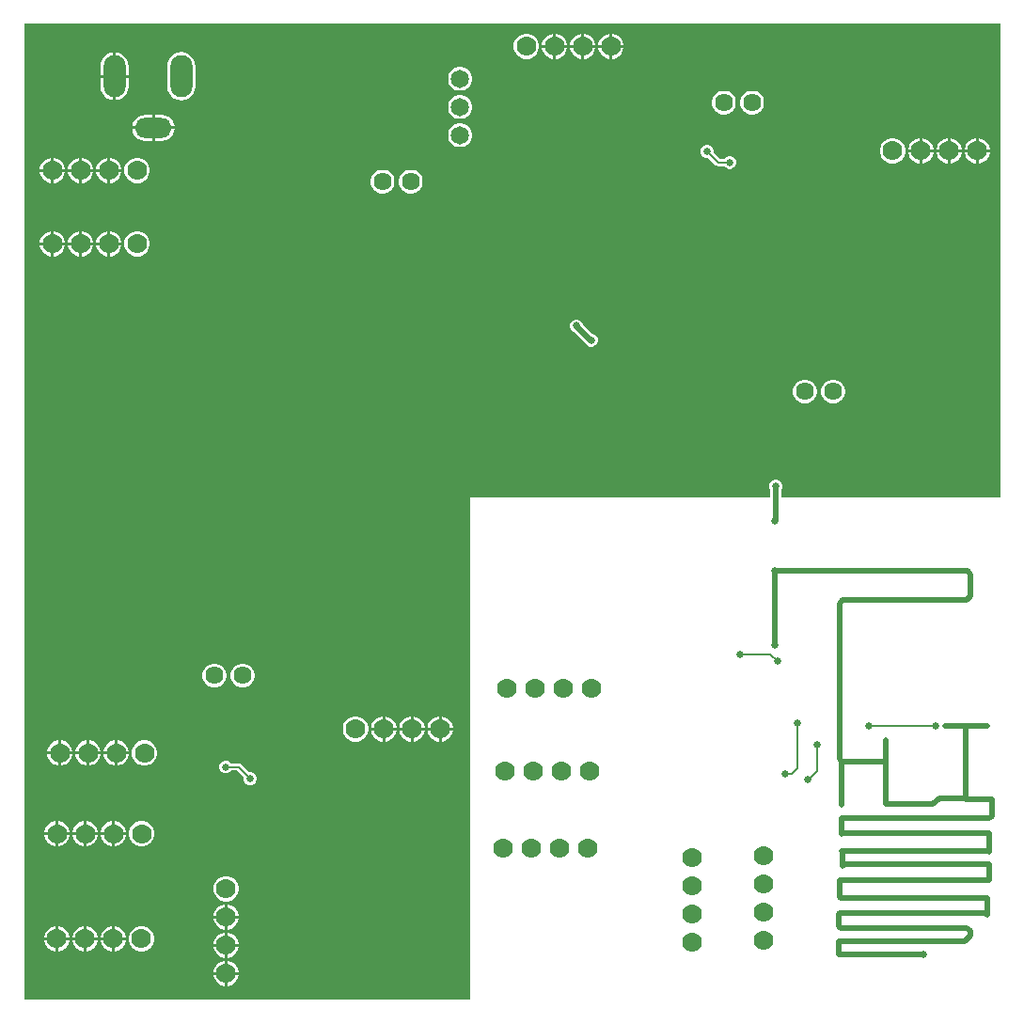
<source format=gbl>
G04*
G04 #@! TF.GenerationSoftware,Altium Limited,Altium Designer,21.1.1 (26)*
G04*
G04 Layer_Physical_Order=2*
G04 Layer_Color=16711680*
%FSLAX25Y25*%
%MOIN*%
G70*
G04*
G04 #@! TF.SameCoordinates,FBF54A61-61D9-4F17-B791-177234694A3B*
G04*
G04*
G04 #@! TF.FilePolarity,Positive*
G04*
G01*
G75*
%ADD11C,0.02000*%
%ADD15C,0.00600*%
%ADD42O,0.12992X0.07087*%
%ADD43O,0.07874X0.14961*%
%ADD44C,0.07000*%
%ADD45C,0.06378*%
%ADD46C,0.06496*%
%ADD47C,0.02500*%
G36*
X347961Y180000D02*
X270439D01*
Y183044D01*
X270650Y183552D01*
Y184448D01*
X270307Y185275D01*
X269674Y185907D01*
X268848Y186250D01*
X267952D01*
X267126Y185907D01*
X266493Y185275D01*
X266150Y184448D01*
Y183552D01*
X266361Y183044D01*
Y180000D01*
X160000D01*
Y2039D01*
X2039D01*
X2039Y233333D01*
Y347961D01*
X347961D01*
Y180000D01*
D02*
G37*
%LPC*%
G36*
X210592Y344500D02*
X210500D01*
Y340500D01*
X214500D01*
Y340592D01*
X214193Y341737D01*
X213601Y342763D01*
X212763Y343601D01*
X211737Y344193D01*
X210592Y344500D01*
D02*
G37*
G36*
X209500D02*
X209408D01*
X208263Y344193D01*
X207237Y343601D01*
X206399Y342763D01*
X205807Y341737D01*
X205500Y340592D01*
Y340500D01*
X209500D01*
Y344500D01*
D02*
G37*
G36*
X200592D02*
X200500D01*
Y340500D01*
X204500D01*
Y340592D01*
X204193Y341737D01*
X203601Y342763D01*
X202763Y343601D01*
X201737Y344193D01*
X200592Y344500D01*
D02*
G37*
G36*
X199500D02*
X199408D01*
X198263Y344193D01*
X197237Y343601D01*
X196399Y342763D01*
X195807Y341737D01*
X195500Y340592D01*
Y340500D01*
X199500D01*
Y344500D01*
D02*
G37*
G36*
X190592D02*
X190500D01*
Y340500D01*
X194500D01*
Y340592D01*
X194193Y341737D01*
X193601Y342763D01*
X192763Y343601D01*
X191737Y344193D01*
X190592Y344500D01*
D02*
G37*
G36*
X189500D02*
X189408D01*
X188263Y344193D01*
X187237Y343601D01*
X186399Y342763D01*
X185807Y341737D01*
X185500Y340592D01*
Y340500D01*
X189500D01*
Y344500D01*
D02*
G37*
G36*
X214500Y339500D02*
X210500D01*
Y335500D01*
X210592D01*
X211737Y335807D01*
X212763Y336399D01*
X213601Y337237D01*
X214193Y338263D01*
X214500Y339408D01*
Y339500D01*
D02*
G37*
G36*
X209500D02*
X205500D01*
Y339408D01*
X205807Y338263D01*
X206399Y337237D01*
X207237Y336399D01*
X208263Y335807D01*
X209408Y335500D01*
X209500D01*
Y339500D01*
D02*
G37*
G36*
X204500D02*
X200500D01*
Y335500D01*
X200592D01*
X201737Y335807D01*
X202763Y336399D01*
X203601Y337237D01*
X204193Y338263D01*
X204500Y339408D01*
Y339500D01*
D02*
G37*
G36*
X199500D02*
X195500D01*
Y339408D01*
X195807Y338263D01*
X196399Y337237D01*
X197237Y336399D01*
X198263Y335807D01*
X199408Y335500D01*
X199500D01*
Y339500D01*
D02*
G37*
G36*
X194500D02*
X190500D01*
Y335500D01*
X190592D01*
X191737Y335807D01*
X192763Y336399D01*
X193601Y337237D01*
X194193Y338263D01*
X194500Y339408D01*
Y339500D01*
D02*
G37*
G36*
X189500D02*
X185500D01*
Y339408D01*
X185807Y338263D01*
X186399Y337237D01*
X187237Y336399D01*
X188263Y335807D01*
X189408Y335500D01*
X189500D01*
Y339500D01*
D02*
G37*
G36*
X180592Y344500D02*
X179408D01*
X178263Y344193D01*
X177237Y343601D01*
X176399Y342763D01*
X175807Y341737D01*
X175500Y340592D01*
Y339408D01*
X175807Y338263D01*
X176399Y337237D01*
X177237Y336399D01*
X178263Y335807D01*
X179408Y335500D01*
X180592D01*
X181737Y335807D01*
X182763Y336399D01*
X183601Y337237D01*
X184193Y338263D01*
X184500Y339408D01*
Y340592D01*
X184193Y341737D01*
X183601Y342763D01*
X182763Y343601D01*
X181737Y344193D01*
X180592Y344500D01*
D02*
G37*
G36*
X34500Y337827D02*
Y329870D01*
X38980D01*
Y332913D01*
X38810Y334202D01*
X38313Y335403D01*
X37521Y336435D01*
X36490Y337226D01*
X35289Y337723D01*
X34500Y337827D01*
D02*
G37*
G36*
X33500D02*
X32711Y337723D01*
X31510Y337226D01*
X30479Y336435D01*
X29688Y335403D01*
X29190Y334202D01*
X29020Y332913D01*
Y329870D01*
X33500D01*
Y337827D01*
D02*
G37*
G36*
X157059Y332748D02*
X155941D01*
X154860Y332458D01*
X153892Y331899D01*
X153101Y331108D01*
X152541Y330140D01*
X152252Y329059D01*
Y327941D01*
X152541Y326860D01*
X153101Y325892D01*
X153892Y325101D01*
X154860Y324541D01*
X155941Y324252D01*
X157059D01*
X158140Y324541D01*
X159108Y325101D01*
X159899Y325892D01*
X160459Y326860D01*
X160748Y327941D01*
Y329059D01*
X160459Y330140D01*
X159899Y331108D01*
X159108Y331899D01*
X158140Y332458D01*
X157059Y332748D01*
D02*
G37*
G36*
X38980Y328870D02*
X34500D01*
Y320913D01*
X35289Y321017D01*
X36490Y321514D01*
X37521Y322306D01*
X38313Y323337D01*
X38810Y324538D01*
X38980Y325827D01*
Y328870D01*
D02*
G37*
G36*
X33500D02*
X29020D01*
Y325827D01*
X29190Y324538D01*
X29688Y323337D01*
X30479Y322306D01*
X31510Y321514D01*
X32711Y321017D01*
X33500Y320913D01*
Y328870D01*
D02*
G37*
G36*
X57622Y337893D02*
X56333Y337723D01*
X55132Y337226D01*
X54101Y336435D01*
X53310Y335403D01*
X52812Y334202D01*
X52642Y332913D01*
Y325827D01*
X52812Y324538D01*
X53310Y323337D01*
X54101Y322306D01*
X55132Y321514D01*
X56333Y321017D01*
X57622Y320847D01*
X58911Y321017D01*
X60112Y321514D01*
X61143Y322306D01*
X61935Y323337D01*
X62432Y324538D01*
X62602Y325827D01*
Y332913D01*
X62432Y334202D01*
X61935Y335403D01*
X61143Y336435D01*
X60112Y337226D01*
X58911Y337723D01*
X57622Y337893D01*
D02*
G37*
G36*
X260552Y324189D02*
X259449D01*
X258383Y323903D01*
X257428Y323352D01*
X256648Y322572D01*
X256097Y321617D01*
X255811Y320551D01*
Y319448D01*
X256097Y318383D01*
X256648Y317428D01*
X257428Y316648D01*
X258383Y316096D01*
X259449Y315811D01*
X260552D01*
X261617Y316096D01*
X262572Y316648D01*
X263352Y317428D01*
X263903Y318383D01*
X264189Y319448D01*
Y320551D01*
X263903Y321617D01*
X263352Y322572D01*
X262572Y323352D01*
X261617Y323903D01*
X260552Y324189D01*
D02*
G37*
G36*
X250552D02*
X249448D01*
X248383Y323903D01*
X247428Y323352D01*
X246648Y322572D01*
X246096Y321617D01*
X245811Y320551D01*
Y319448D01*
X246096Y318383D01*
X246648Y317428D01*
X247428Y316648D01*
X248383Y316096D01*
X249448Y315811D01*
X250552D01*
X251617Y316096D01*
X252572Y316648D01*
X253352Y317428D01*
X253904Y318383D01*
X254189Y319448D01*
Y320551D01*
X253904Y321617D01*
X253352Y322572D01*
X252572Y323352D01*
X251617Y323903D01*
X250552Y324189D01*
D02*
G37*
G36*
X157059Y322748D02*
X155941D01*
X154860Y322459D01*
X153892Y321899D01*
X153101Y321108D01*
X152541Y320140D01*
X152252Y319059D01*
Y317941D01*
X152541Y316860D01*
X153101Y315892D01*
X153892Y315101D01*
X154860Y314542D01*
X155941Y314252D01*
X157059D01*
X158140Y314542D01*
X159108Y315101D01*
X159899Y315892D01*
X160459Y316860D01*
X160748Y317941D01*
Y319059D01*
X160459Y320140D01*
X159899Y321108D01*
X159108Y321899D01*
X158140Y322459D01*
X157059Y322748D01*
D02*
G37*
G36*
X50732Y315646D02*
X48280D01*
Y311563D01*
X55249D01*
X55159Y312249D01*
X54701Y313354D01*
X53973Y314303D01*
X53023Y315032D01*
X51918Y315489D01*
X50732Y315646D01*
D02*
G37*
G36*
X47280D02*
X44827D01*
X43641Y315489D01*
X42535Y315032D01*
X41587Y314303D01*
X40858Y313354D01*
X40400Y312249D01*
X40310Y311563D01*
X47280D01*
Y315646D01*
D02*
G37*
G36*
X55249Y310563D02*
X48280D01*
Y306481D01*
X50732D01*
X51918Y306637D01*
X53023Y307094D01*
X53973Y307823D01*
X54701Y308772D01*
X55159Y309877D01*
X55249Y310563D01*
D02*
G37*
G36*
X47280D02*
X40310D01*
X40400Y309877D01*
X40858Y308772D01*
X41587Y307823D01*
X42535Y307094D01*
X43641Y306637D01*
X44827Y306481D01*
X47280D01*
Y310563D01*
D02*
G37*
G36*
X157059Y312748D02*
X155941D01*
X154860Y312458D01*
X153892Y311899D01*
X153101Y311108D01*
X152541Y310140D01*
X152252Y309059D01*
Y307941D01*
X152541Y306860D01*
X153101Y305892D01*
X153892Y305101D01*
X154860Y304541D01*
X155941Y304252D01*
X157059D01*
X158140Y304541D01*
X159108Y305101D01*
X159899Y305892D01*
X160459Y306860D01*
X160748Y307941D01*
Y309059D01*
X160459Y310140D01*
X159899Y311108D01*
X159108Y311899D01*
X158140Y312458D01*
X157059Y312748D01*
D02*
G37*
G36*
X340392Y307400D02*
X340300D01*
Y303400D01*
X344300D01*
Y303492D01*
X343993Y304637D01*
X343401Y305663D01*
X342563Y306501D01*
X341537Y307093D01*
X340392Y307400D01*
D02*
G37*
G36*
X339300D02*
X339208D01*
X338063Y307093D01*
X337037Y306501D01*
X336199Y305663D01*
X335607Y304637D01*
X335300Y303492D01*
Y303400D01*
X339300D01*
Y307400D01*
D02*
G37*
G36*
X330392D02*
X330300D01*
Y303400D01*
X334300D01*
Y303492D01*
X333993Y304637D01*
X333401Y305663D01*
X332563Y306501D01*
X331537Y307093D01*
X330392Y307400D01*
D02*
G37*
G36*
X329300D02*
X329208D01*
X328063Y307093D01*
X327037Y306501D01*
X326199Y305663D01*
X325607Y304637D01*
X325300Y303492D01*
Y303400D01*
X329300D01*
Y307400D01*
D02*
G37*
G36*
X320392D02*
X320300D01*
Y303400D01*
X324300D01*
Y303492D01*
X323993Y304637D01*
X323401Y305663D01*
X322563Y306501D01*
X321537Y307093D01*
X320392Y307400D01*
D02*
G37*
G36*
X319300D02*
X319208D01*
X318063Y307093D01*
X317037Y306501D01*
X316199Y305663D01*
X315607Y304637D01*
X315300Y303492D01*
Y303400D01*
X319300D01*
Y307400D01*
D02*
G37*
G36*
X344300Y302400D02*
X340300D01*
Y298400D01*
X340392D01*
X341537Y298707D01*
X342563Y299299D01*
X343401Y300137D01*
X343993Y301163D01*
X344300Y302308D01*
Y302400D01*
D02*
G37*
G36*
X339300D02*
X335300D01*
Y302308D01*
X335607Y301163D01*
X336199Y300137D01*
X337037Y299299D01*
X338063Y298707D01*
X339208Y298400D01*
X339300D01*
Y302400D01*
D02*
G37*
G36*
X334300D02*
X330300D01*
Y298400D01*
X330392D01*
X331537Y298707D01*
X332563Y299299D01*
X333401Y300137D01*
X333993Y301163D01*
X334300Y302308D01*
Y302400D01*
D02*
G37*
G36*
X329300D02*
X325300D01*
Y302308D01*
X325607Y301163D01*
X326199Y300137D01*
X327037Y299299D01*
X328063Y298707D01*
X329208Y298400D01*
X329300D01*
Y302400D01*
D02*
G37*
G36*
X324300D02*
X320300D01*
Y298400D01*
X320392D01*
X321537Y298707D01*
X322563Y299299D01*
X323401Y300137D01*
X323993Y301163D01*
X324300Y302308D01*
Y302400D01*
D02*
G37*
G36*
X319300D02*
X315300D01*
Y302308D01*
X315607Y301163D01*
X316199Y300137D01*
X317037Y299299D01*
X318063Y298707D01*
X319208Y298400D01*
X319300D01*
Y302400D01*
D02*
G37*
G36*
X310392Y307400D02*
X309208D01*
X308063Y307093D01*
X307037Y306501D01*
X306199Y305663D01*
X305607Y304637D01*
X305300Y303492D01*
Y302308D01*
X305607Y301163D01*
X306199Y300137D01*
X307037Y299299D01*
X308063Y298707D01*
X309208Y298400D01*
X310392D01*
X311537Y298707D01*
X312563Y299299D01*
X313401Y300137D01*
X313993Y301163D01*
X314300Y302308D01*
Y303492D01*
X313993Y304637D01*
X313401Y305663D01*
X312563Y306501D01*
X311537Y307093D01*
X310392Y307400D01*
D02*
G37*
G36*
X244548Y304950D02*
X243652D01*
X242826Y304608D01*
X242193Y303975D01*
X241850Y303148D01*
Y302252D01*
X242193Y301426D01*
X242826Y300793D01*
X243652Y300450D01*
X244476D01*
X244845Y300081D01*
X244845Y300081D01*
X247063Y297863D01*
X247493Y297575D01*
X248000Y297475D01*
X250243D01*
X250826Y296892D01*
X251652Y296550D01*
X252548D01*
X253375Y296892D01*
X254008Y297526D01*
X254350Y298352D01*
Y299248D01*
X254008Y300075D01*
X253375Y300708D01*
X252548Y301050D01*
X251652D01*
X250826Y300708D01*
X250243Y300126D01*
X248549D01*
X246719Y301956D01*
X246719Y301956D01*
X246350Y302325D01*
Y303148D01*
X246007Y303975D01*
X245374Y304608D01*
X244548Y304950D01*
D02*
G37*
G36*
X22592Y300500D02*
X22500D01*
Y296500D01*
X26500D01*
Y296592D01*
X26193Y297737D01*
X25601Y298763D01*
X24763Y299601D01*
X23737Y300193D01*
X22592Y300500D01*
D02*
G37*
G36*
X12592D02*
X12500D01*
Y296500D01*
X16500D01*
Y296592D01*
X16193Y297737D01*
X15601Y298763D01*
X14763Y299601D01*
X13737Y300193D01*
X12592Y300500D01*
D02*
G37*
G36*
X32592D02*
X32500D01*
Y296500D01*
X36500D01*
Y296592D01*
X36193Y297737D01*
X35601Y298763D01*
X34763Y299601D01*
X33737Y300193D01*
X32592Y300500D01*
D02*
G37*
G36*
X21500D02*
X21408D01*
X20263Y300193D01*
X19237Y299601D01*
X18399Y298763D01*
X17807Y297737D01*
X17500Y296592D01*
Y296500D01*
X21500D01*
Y300500D01*
D02*
G37*
G36*
X11500D02*
X11408D01*
X10263Y300193D01*
X9237Y299601D01*
X8399Y298763D01*
X7807Y297737D01*
X7500Y296592D01*
Y296500D01*
X11500D01*
Y300500D01*
D02*
G37*
G36*
X31500D02*
X31408D01*
X30263Y300193D01*
X29237Y299601D01*
X28399Y298763D01*
X27807Y297737D01*
X27500Y296592D01*
Y296500D01*
X31500D01*
Y300500D01*
D02*
G37*
G36*
X42592D02*
X41408D01*
X40263Y300193D01*
X39237Y299601D01*
X38399Y298763D01*
X37807Y297737D01*
X37500Y296592D01*
Y295408D01*
X37807Y294263D01*
X38399Y293237D01*
X39237Y292399D01*
X40263Y291807D01*
X41408Y291500D01*
X42592D01*
X43737Y291807D01*
X44763Y292399D01*
X45601Y293237D01*
X46193Y294263D01*
X46500Y295408D01*
Y296592D01*
X46193Y297737D01*
X45601Y298763D01*
X44763Y299601D01*
X43737Y300193D01*
X42592Y300500D01*
D02*
G37*
G36*
X36500Y295500D02*
X32500D01*
Y291500D01*
X32592D01*
X33737Y291807D01*
X34763Y292399D01*
X35601Y293237D01*
X36193Y294263D01*
X36500Y295408D01*
Y295500D01*
D02*
G37*
G36*
X31500D02*
X27500D01*
Y295408D01*
X27807Y294263D01*
X28399Y293237D01*
X29237Y292399D01*
X30263Y291807D01*
X31408Y291500D01*
X31500D01*
Y295500D01*
D02*
G37*
G36*
X26500D02*
X22500D01*
Y291500D01*
X22592D01*
X23737Y291807D01*
X24763Y292399D01*
X25601Y293237D01*
X26193Y294263D01*
X26500Y295408D01*
Y295500D01*
D02*
G37*
G36*
X21500D02*
X17500D01*
Y295408D01*
X17807Y294263D01*
X18399Y293237D01*
X19237Y292399D01*
X20263Y291807D01*
X21408Y291500D01*
X21500D01*
Y295500D01*
D02*
G37*
G36*
X16500D02*
X12500D01*
Y291500D01*
X12592D01*
X13737Y291807D01*
X14763Y292399D01*
X15601Y293237D01*
X16193Y294263D01*
X16500Y295408D01*
Y295500D01*
D02*
G37*
G36*
X11500D02*
X7500D01*
Y295408D01*
X7807Y294263D01*
X8399Y293237D01*
X9237Y292399D01*
X10263Y291807D01*
X11408Y291500D01*
X11500D01*
Y295500D01*
D02*
G37*
G36*
X139551Y296189D02*
X138449D01*
X137383Y295903D01*
X136428Y295352D01*
X135648Y294572D01*
X135097Y293617D01*
X134811Y292551D01*
Y291448D01*
X135097Y290383D01*
X135648Y289428D01*
X136428Y288648D01*
X137383Y288096D01*
X138449Y287811D01*
X139551D01*
X140617Y288096D01*
X141572Y288648D01*
X142352Y289428D01*
X142903Y290383D01*
X143189Y291448D01*
Y292551D01*
X142903Y293617D01*
X142352Y294572D01*
X141572Y295352D01*
X140617Y295903D01*
X139551Y296189D01*
D02*
G37*
G36*
X129551D02*
X128448D01*
X127383Y295903D01*
X126428Y295352D01*
X125648Y294572D01*
X125096Y293617D01*
X124811Y292551D01*
Y291448D01*
X125096Y290383D01*
X125648Y289428D01*
X126428Y288648D01*
X127383Y288096D01*
X128448Y287811D01*
X129551D01*
X130617Y288096D01*
X131572Y288648D01*
X132352Y289428D01*
X132904Y290383D01*
X133189Y291448D01*
Y292551D01*
X132904Y293617D01*
X132352Y294572D01*
X131572Y295352D01*
X130617Y295903D01*
X129551Y296189D01*
D02*
G37*
G36*
X22592Y274500D02*
X22500D01*
Y270500D01*
X26500D01*
Y270592D01*
X26193Y271737D01*
X25601Y272763D01*
X24763Y273601D01*
X23737Y274193D01*
X22592Y274500D01*
D02*
G37*
G36*
X12592D02*
X12500D01*
Y270500D01*
X16500D01*
Y270592D01*
X16193Y271737D01*
X15601Y272763D01*
X14763Y273601D01*
X13737Y274193D01*
X12592Y274500D01*
D02*
G37*
G36*
X32592D02*
X32500D01*
Y270500D01*
X36500D01*
Y270592D01*
X36193Y271737D01*
X35601Y272763D01*
X34763Y273601D01*
X33737Y274193D01*
X32592Y274500D01*
D02*
G37*
G36*
X21500D02*
X21408D01*
X20263Y274193D01*
X19237Y273601D01*
X18399Y272763D01*
X17807Y271737D01*
X17500Y270592D01*
Y270500D01*
X21500D01*
Y274500D01*
D02*
G37*
G36*
X11500D02*
X11408D01*
X10263Y274193D01*
X9237Y273601D01*
X8399Y272763D01*
X7807Y271737D01*
X7500Y270592D01*
Y270500D01*
X11500D01*
Y274500D01*
D02*
G37*
G36*
X31500D02*
X31408D01*
X30263Y274193D01*
X29237Y273601D01*
X28399Y272763D01*
X27807Y271737D01*
X27500Y270592D01*
Y270500D01*
X31500D01*
Y274500D01*
D02*
G37*
G36*
X42592D02*
X41408D01*
X40263Y274193D01*
X39237Y273601D01*
X38399Y272763D01*
X37807Y271737D01*
X37500Y270592D01*
Y269408D01*
X37807Y268263D01*
X38399Y267237D01*
X39237Y266399D01*
X40263Y265807D01*
X41408Y265500D01*
X42592D01*
X43737Y265807D01*
X44763Y266399D01*
X45601Y267237D01*
X46193Y268263D01*
X46500Y269408D01*
Y270592D01*
X46193Y271737D01*
X45601Y272763D01*
X44763Y273601D01*
X43737Y274193D01*
X42592Y274500D01*
D02*
G37*
G36*
X36500Y269500D02*
X32500D01*
Y265500D01*
X32592D01*
X33737Y265807D01*
X34763Y266399D01*
X35601Y267237D01*
X36193Y268263D01*
X36500Y269408D01*
Y269500D01*
D02*
G37*
G36*
X31500D02*
X27500D01*
Y269408D01*
X27807Y268263D01*
X28399Y267237D01*
X29237Y266399D01*
X30263Y265807D01*
X31408Y265500D01*
X31500D01*
Y269500D01*
D02*
G37*
G36*
X26500D02*
X22500D01*
Y265500D01*
X22592D01*
X23737Y265807D01*
X24763Y266399D01*
X25601Y267237D01*
X26193Y268263D01*
X26500Y269408D01*
Y269500D01*
D02*
G37*
G36*
X21500D02*
X17500D01*
Y269408D01*
X17807Y268263D01*
X18399Y267237D01*
X19237Y266399D01*
X20263Y265807D01*
X21408Y265500D01*
X21500D01*
Y269500D01*
D02*
G37*
G36*
X16500D02*
X12500D01*
Y265500D01*
X12592D01*
X13737Y265807D01*
X14763Y266399D01*
X15601Y267237D01*
X16193Y268263D01*
X16500Y269408D01*
Y269500D01*
D02*
G37*
G36*
X11500D02*
X7500D01*
Y269408D01*
X7807Y268263D01*
X8399Y267237D01*
X9237Y266399D01*
X10263Y265807D01*
X11408Y265500D01*
X11500D01*
Y269500D01*
D02*
G37*
G36*
X198148Y243150D02*
X197252D01*
X196425Y242808D01*
X195792Y242175D01*
X195450Y241348D01*
Y240452D01*
X195792Y239626D01*
X196425Y238993D01*
X196764Y238852D01*
X201258Y234358D01*
X201264Y234354D01*
X201726Y233892D01*
X202552Y233550D01*
X203448D01*
X204275Y233892D01*
X204907Y234525D01*
X205250Y235352D01*
Y236248D01*
X204907Y237074D01*
X204275Y237707D01*
X203448Y238050D01*
X203334D01*
X199889Y241495D01*
X199608Y242175D01*
X198975Y242808D01*
X198148Y243150D01*
D02*
G37*
G36*
X289251Y221789D02*
X288148D01*
X287083Y221503D01*
X286128Y220952D01*
X285348Y220172D01*
X284797Y219217D01*
X284511Y218151D01*
Y217049D01*
X284797Y215983D01*
X285348Y215028D01*
X286128Y214248D01*
X287083Y213697D01*
X288148Y213411D01*
X289251D01*
X290317Y213697D01*
X291272Y214248D01*
X292052Y215028D01*
X292603Y215983D01*
X292889Y217049D01*
Y218151D01*
X292603Y219217D01*
X292052Y220172D01*
X291272Y220952D01*
X290317Y221503D01*
X289251Y221789D01*
D02*
G37*
G36*
X279252D02*
X278149D01*
X277083Y221503D01*
X276128Y220952D01*
X275348Y220172D01*
X274797Y219217D01*
X274511Y218151D01*
Y217049D01*
X274797Y215983D01*
X275348Y215028D01*
X276128Y214248D01*
X277083Y213697D01*
X278149Y213411D01*
X279252D01*
X280317Y213697D01*
X281272Y214248D01*
X282052Y215028D01*
X282604Y215983D01*
X282889Y217049D01*
Y218151D01*
X282604Y219217D01*
X282052Y220172D01*
X281272Y220952D01*
X280317Y221503D01*
X279252Y221789D01*
D02*
G37*
G36*
X79952Y121089D02*
X78848D01*
X77783Y120803D01*
X76828Y120252D01*
X76048Y119472D01*
X75497Y118517D01*
X75211Y117452D01*
Y116349D01*
X75497Y115283D01*
X76048Y114328D01*
X76828Y113548D01*
X77783Y112996D01*
X78848Y112711D01*
X79952D01*
X81017Y112996D01*
X81972Y113548D01*
X82752Y114328D01*
X83303Y115283D01*
X83589Y116349D01*
Y117452D01*
X83303Y118517D01*
X82752Y119472D01*
X81972Y120252D01*
X81017Y120803D01*
X79952Y121089D01*
D02*
G37*
G36*
X69951D02*
X68849D01*
X67783Y120803D01*
X66828Y120252D01*
X66048Y119472D01*
X65496Y118517D01*
X65211Y117452D01*
Y116349D01*
X65496Y115283D01*
X66048Y114328D01*
X66828Y113548D01*
X67783Y112996D01*
X68849Y112711D01*
X69951D01*
X71017Y112996D01*
X71972Y113548D01*
X72752Y114328D01*
X73304Y115283D01*
X73589Y116349D01*
Y117452D01*
X73304Y118517D01*
X72752Y119472D01*
X71972Y120252D01*
X71017Y120803D01*
X69951Y121089D01*
D02*
G37*
G36*
X149992Y102500D02*
X149900D01*
Y98500D01*
X153900D01*
Y98592D01*
X153593Y99737D01*
X153001Y100763D01*
X152163Y101601D01*
X151137Y102193D01*
X149992Y102500D01*
D02*
G37*
G36*
X148900D02*
X148808D01*
X147663Y102193D01*
X146637Y101601D01*
X145799Y100763D01*
X145207Y99737D01*
X144900Y98592D01*
Y98500D01*
X148900D01*
Y102500D01*
D02*
G37*
G36*
X139992D02*
X139900D01*
Y98500D01*
X143900D01*
Y98592D01*
X143593Y99737D01*
X143001Y100763D01*
X142163Y101601D01*
X141137Y102193D01*
X139992Y102500D01*
D02*
G37*
G36*
X138900D02*
X138808D01*
X137663Y102193D01*
X136637Y101601D01*
X135799Y100763D01*
X135207Y99737D01*
X134900Y98592D01*
Y98500D01*
X138900D01*
Y102500D01*
D02*
G37*
G36*
X129992D02*
X129900D01*
Y98500D01*
X133900D01*
Y98592D01*
X133593Y99737D01*
X133001Y100763D01*
X132163Y101601D01*
X131137Y102193D01*
X129992Y102500D01*
D02*
G37*
G36*
X128900D02*
X128808D01*
X127663Y102193D01*
X126637Y101601D01*
X125799Y100763D01*
X125207Y99737D01*
X124900Y98592D01*
Y98500D01*
X128900D01*
Y102500D01*
D02*
G37*
G36*
X153900Y97500D02*
X149900D01*
Y93500D01*
X149992D01*
X151137Y93807D01*
X152163Y94399D01*
X153001Y95237D01*
X153593Y96263D01*
X153900Y97408D01*
Y97500D01*
D02*
G37*
G36*
X148900D02*
X144900D01*
Y97408D01*
X145207Y96263D01*
X145799Y95237D01*
X146637Y94399D01*
X147663Y93807D01*
X148808Y93500D01*
X148900D01*
Y97500D01*
D02*
G37*
G36*
X143900D02*
X139900D01*
Y93500D01*
X139992D01*
X141137Y93807D01*
X142163Y94399D01*
X143001Y95237D01*
X143593Y96263D01*
X143900Y97408D01*
Y97500D01*
D02*
G37*
G36*
X138900D02*
X134900D01*
Y97408D01*
X135207Y96263D01*
X135799Y95237D01*
X136637Y94399D01*
X137663Y93807D01*
X138808Y93500D01*
X138900D01*
Y97500D01*
D02*
G37*
G36*
X133900D02*
X129900D01*
Y93500D01*
X129992D01*
X131137Y93807D01*
X132163Y94399D01*
X133001Y95237D01*
X133593Y96263D01*
X133900Y97408D01*
Y97500D01*
D02*
G37*
G36*
X128900D02*
X124900D01*
Y97408D01*
X125207Y96263D01*
X125799Y95237D01*
X126637Y94399D01*
X127663Y93807D01*
X128808Y93500D01*
X128900D01*
Y97500D01*
D02*
G37*
G36*
X119992Y102500D02*
X118808D01*
X117663Y102193D01*
X116637Y101601D01*
X115799Y100763D01*
X115207Y99737D01*
X114900Y98592D01*
Y97408D01*
X115207Y96263D01*
X115799Y95237D01*
X116637Y94399D01*
X117663Y93807D01*
X118808Y93500D01*
X119992D01*
X121137Y93807D01*
X122163Y94399D01*
X123001Y95237D01*
X123593Y96263D01*
X123900Y97408D01*
Y98592D01*
X123593Y99737D01*
X123001Y100763D01*
X122163Y101601D01*
X121137Y102193D01*
X119992Y102500D01*
D02*
G37*
G36*
X35192Y93928D02*
X35100D01*
Y89928D01*
X39100D01*
Y90021D01*
X38793Y91165D01*
X38201Y92191D01*
X37363Y93029D01*
X36337Y93622D01*
X35192Y93928D01*
D02*
G37*
G36*
X25192D02*
X25100D01*
Y89928D01*
X29100D01*
Y90021D01*
X28793Y91165D01*
X28201Y92191D01*
X27363Y93029D01*
X26337Y93622D01*
X25192Y93928D01*
D02*
G37*
G36*
X15192D02*
X15100D01*
Y89928D01*
X19100D01*
Y90021D01*
X18793Y91165D01*
X18201Y92191D01*
X17363Y93029D01*
X16337Y93622D01*
X15192Y93928D01*
D02*
G37*
G36*
X34100D02*
X34008D01*
X32863Y93622D01*
X31837Y93029D01*
X30999Y92191D01*
X30407Y91165D01*
X30100Y90021D01*
Y89928D01*
X34100D01*
Y93928D01*
D02*
G37*
G36*
X24100D02*
X24008D01*
X22863Y93622D01*
X21837Y93029D01*
X20999Y92191D01*
X20407Y91165D01*
X20100Y90021D01*
Y89928D01*
X24100D01*
Y93928D01*
D02*
G37*
G36*
X14100D02*
X14008D01*
X12863Y93622D01*
X11837Y93029D01*
X10999Y92191D01*
X10407Y91165D01*
X10100Y90021D01*
Y89928D01*
X14100D01*
Y93928D01*
D02*
G37*
G36*
X45192D02*
X44008D01*
X42863Y93622D01*
X41837Y93029D01*
X40999Y92191D01*
X40407Y91165D01*
X40100Y90021D01*
Y88836D01*
X40407Y87691D01*
X40999Y86665D01*
X41837Y85827D01*
X42863Y85235D01*
X44008Y84928D01*
X45192D01*
X46337Y85235D01*
X47363Y85827D01*
X48201Y86665D01*
X48793Y87691D01*
X49100Y88836D01*
Y90021D01*
X48793Y91165D01*
X48201Y92191D01*
X47363Y93029D01*
X46337Y93622D01*
X45192Y93928D01*
D02*
G37*
G36*
X39100Y88928D02*
X35100D01*
Y84928D01*
X35192D01*
X36337Y85235D01*
X37363Y85827D01*
X38201Y86665D01*
X38793Y87691D01*
X39100Y88836D01*
Y88928D01*
D02*
G37*
G36*
X34100D02*
X30100D01*
Y88836D01*
X30407Y87691D01*
X30999Y86665D01*
X31837Y85827D01*
X32863Y85235D01*
X34008Y84928D01*
X34100D01*
Y88928D01*
D02*
G37*
G36*
X29100D02*
X25100D01*
Y84928D01*
X25192D01*
X26337Y85235D01*
X27363Y85827D01*
X28201Y86665D01*
X28793Y87691D01*
X29100Y88836D01*
Y88928D01*
D02*
G37*
G36*
X24100D02*
X20100D01*
Y88836D01*
X20407Y87691D01*
X20999Y86665D01*
X21837Y85827D01*
X22863Y85235D01*
X24008Y84928D01*
X24100D01*
Y88928D01*
D02*
G37*
G36*
X19100D02*
X15100D01*
Y84928D01*
X15192D01*
X16337Y85235D01*
X17363Y85827D01*
X18201Y86665D01*
X18793Y87691D01*
X19100Y88836D01*
Y88928D01*
D02*
G37*
G36*
X14100D02*
X10100D01*
Y88836D01*
X10407Y87691D01*
X10999Y86665D01*
X11837Y85827D01*
X12863Y85235D01*
X14008Y84928D01*
X14100D01*
Y88928D01*
D02*
G37*
G36*
X73900Y86797D02*
X73005D01*
X72178Y86455D01*
X71545Y85822D01*
X71203Y84995D01*
Y84100D01*
X71545Y83273D01*
X72178Y82640D01*
X73005Y82297D01*
X73900D01*
X74727Y82640D01*
X75309Y83222D01*
X77404D01*
X79850Y80775D01*
Y79952D01*
X80193Y79125D01*
X80826Y78492D01*
X81652Y78150D01*
X82548D01*
X83375Y78492D01*
X84008Y79125D01*
X84350Y79952D01*
Y80848D01*
X84008Y81674D01*
X83375Y82307D01*
X82548Y82650D01*
X81725D01*
X78890Y85485D01*
X78460Y85772D01*
X77953Y85873D01*
X75309D01*
X74727Y86455D01*
X73900Y86797D01*
D02*
G37*
G36*
X34192Y65328D02*
X34100D01*
Y61328D01*
X38100D01*
Y61421D01*
X37793Y62565D01*
X37201Y63591D01*
X36363Y64429D01*
X35337Y65022D01*
X34192Y65328D01*
D02*
G37*
G36*
X24192D02*
X24100D01*
Y61328D01*
X28100D01*
Y61421D01*
X27793Y62565D01*
X27201Y63591D01*
X26363Y64429D01*
X25337Y65022D01*
X24192Y65328D01*
D02*
G37*
G36*
X14192D02*
X14100D01*
Y61328D01*
X18100D01*
Y61421D01*
X17793Y62565D01*
X17201Y63591D01*
X16363Y64429D01*
X15337Y65022D01*
X14192Y65328D01*
D02*
G37*
G36*
X33100D02*
X33008D01*
X31863Y65022D01*
X30837Y64429D01*
X29999Y63591D01*
X29407Y62565D01*
X29100Y61421D01*
Y61328D01*
X33100D01*
Y65328D01*
D02*
G37*
G36*
X23100D02*
X23008D01*
X21863Y65022D01*
X20837Y64429D01*
X19999Y63591D01*
X19407Y62565D01*
X19100Y61421D01*
Y61328D01*
X23100D01*
Y65328D01*
D02*
G37*
G36*
X13100D02*
X13008D01*
X11863Y65022D01*
X10837Y64429D01*
X9999Y63591D01*
X9407Y62565D01*
X9100Y61421D01*
Y61328D01*
X13100D01*
Y65328D01*
D02*
G37*
G36*
X44192D02*
X43008D01*
X41863Y65022D01*
X40837Y64429D01*
X39999Y63591D01*
X39407Y62565D01*
X39100Y61421D01*
Y60236D01*
X39407Y59092D01*
X39999Y58065D01*
X40837Y57227D01*
X41863Y56635D01*
X43008Y56328D01*
X44192D01*
X45337Y56635D01*
X46363Y57227D01*
X47201Y58065D01*
X47793Y59092D01*
X48100Y60236D01*
Y61421D01*
X47793Y62565D01*
X47201Y63591D01*
X46363Y64429D01*
X45337Y65022D01*
X44192Y65328D01*
D02*
G37*
G36*
X38100Y60328D02*
X34100D01*
Y56328D01*
X34192D01*
X35337Y56635D01*
X36363Y57227D01*
X37201Y58065D01*
X37793Y59092D01*
X38100Y60236D01*
Y60328D01*
D02*
G37*
G36*
X33100D02*
X29100D01*
Y60236D01*
X29407Y59092D01*
X29999Y58065D01*
X30837Y57227D01*
X31863Y56635D01*
X33008Y56328D01*
X33100D01*
Y60328D01*
D02*
G37*
G36*
X28100D02*
X24100D01*
Y56328D01*
X24192D01*
X25337Y56635D01*
X26363Y57227D01*
X27201Y58065D01*
X27793Y59092D01*
X28100Y60236D01*
Y60328D01*
D02*
G37*
G36*
X23100D02*
X19100D01*
Y60236D01*
X19407Y59092D01*
X19999Y58065D01*
X20837Y57227D01*
X21863Y56635D01*
X23008Y56328D01*
X23100D01*
Y60328D01*
D02*
G37*
G36*
X18100D02*
X14100D01*
Y56328D01*
X14192D01*
X15337Y56635D01*
X16363Y57227D01*
X17201Y58065D01*
X17793Y59092D01*
X18100Y60236D01*
Y60328D01*
D02*
G37*
G36*
X13100D02*
X9100D01*
Y60236D01*
X9407Y59092D01*
X9999Y58065D01*
X10837Y57227D01*
X11863Y56635D01*
X13008Y56328D01*
X13100D01*
Y60328D01*
D02*
G37*
G36*
X74092Y45828D02*
X72908D01*
X71763Y45522D01*
X70737Y44929D01*
X69899Y44091D01*
X69307Y43065D01*
X69000Y41921D01*
Y40736D01*
X69307Y39592D01*
X69899Y38565D01*
X70737Y37727D01*
X71763Y37135D01*
X72908Y36828D01*
X74092D01*
X75237Y37135D01*
X76263Y37727D01*
X77101Y38565D01*
X77693Y39592D01*
X78000Y40736D01*
Y41921D01*
X77693Y43065D01*
X77101Y44091D01*
X76263Y44929D01*
X75237Y45522D01*
X74092Y45828D01*
D02*
G37*
G36*
Y35828D02*
X74000D01*
Y31828D01*
X78000D01*
Y31921D01*
X77693Y33065D01*
X77101Y34091D01*
X76263Y34929D01*
X75237Y35522D01*
X74092Y35828D01*
D02*
G37*
G36*
X73000D02*
X72908D01*
X71763Y35522D01*
X70737Y34929D01*
X69899Y34091D01*
X69307Y33065D01*
X69000Y31921D01*
Y31828D01*
X73000D01*
Y35828D01*
D02*
G37*
G36*
X78000Y30828D02*
X74000D01*
Y26828D01*
X74092D01*
X75237Y27135D01*
X76263Y27727D01*
X77101Y28565D01*
X77693Y29592D01*
X78000Y30736D01*
Y30828D01*
D02*
G37*
G36*
X73000D02*
X69000D01*
Y30736D01*
X69307Y29592D01*
X69899Y28565D01*
X70737Y27727D01*
X71763Y27135D01*
X72908Y26828D01*
X73000D01*
Y30828D01*
D02*
G37*
G36*
X34092Y28100D02*
X34000D01*
Y24100D01*
X38000D01*
Y24192D01*
X37693Y25337D01*
X37101Y26363D01*
X36263Y27201D01*
X35237Y27793D01*
X34092Y28100D01*
D02*
G37*
G36*
X24092D02*
X24000D01*
Y24100D01*
X28000D01*
Y24192D01*
X27693Y25337D01*
X27101Y26363D01*
X26263Y27201D01*
X25237Y27793D01*
X24092Y28100D01*
D02*
G37*
G36*
X14092D02*
X14000D01*
Y24100D01*
X18000D01*
Y24192D01*
X17693Y25337D01*
X17101Y26363D01*
X16263Y27201D01*
X15237Y27793D01*
X14092Y28100D01*
D02*
G37*
G36*
X33000D02*
X32908D01*
X31763Y27793D01*
X30737Y27201D01*
X29899Y26363D01*
X29307Y25337D01*
X29000Y24192D01*
Y24100D01*
X33000D01*
Y28100D01*
D02*
G37*
G36*
X23000D02*
X22908D01*
X21763Y27793D01*
X20737Y27201D01*
X19899Y26363D01*
X19307Y25337D01*
X19000Y24192D01*
Y24100D01*
X23000D01*
Y28100D01*
D02*
G37*
G36*
X13000D02*
X12908D01*
X11763Y27793D01*
X10737Y27201D01*
X9899Y26363D01*
X9307Y25337D01*
X9000Y24192D01*
Y24100D01*
X13000D01*
Y28100D01*
D02*
G37*
G36*
X74092Y25828D02*
X74000D01*
Y21828D01*
X78000D01*
Y21921D01*
X77693Y23065D01*
X77101Y24092D01*
X76263Y24929D01*
X75237Y25522D01*
X74092Y25828D01*
D02*
G37*
G36*
X73000D02*
X72908D01*
X71763Y25522D01*
X70737Y24929D01*
X69899Y24092D01*
X69307Y23065D01*
X69000Y21921D01*
Y21828D01*
X73000D01*
Y25828D01*
D02*
G37*
G36*
X44092Y28100D02*
X42908D01*
X41763Y27793D01*
X40737Y27201D01*
X39899Y26363D01*
X39307Y25337D01*
X39000Y24192D01*
Y23008D01*
X39307Y21863D01*
X39899Y20837D01*
X40737Y19999D01*
X41763Y19407D01*
X42908Y19100D01*
X44092D01*
X45237Y19407D01*
X46263Y19999D01*
X47101Y20837D01*
X47693Y21863D01*
X48000Y23008D01*
Y24192D01*
X47693Y25337D01*
X47101Y26363D01*
X46263Y27201D01*
X45237Y27793D01*
X44092Y28100D01*
D02*
G37*
G36*
X38000Y23100D02*
X34000D01*
Y19100D01*
X34092D01*
X35237Y19407D01*
X36263Y19999D01*
X37101Y20837D01*
X37693Y21863D01*
X38000Y23008D01*
Y23100D01*
D02*
G37*
G36*
X33000D02*
X29000D01*
Y23008D01*
X29307Y21863D01*
X29899Y20837D01*
X30737Y19999D01*
X31763Y19407D01*
X32908Y19100D01*
X33000D01*
Y23100D01*
D02*
G37*
G36*
X28000D02*
X24000D01*
Y19100D01*
X24092D01*
X25237Y19407D01*
X26263Y19999D01*
X27101Y20837D01*
X27693Y21863D01*
X28000Y23008D01*
Y23100D01*
D02*
G37*
G36*
X23000D02*
X19000D01*
Y23008D01*
X19307Y21863D01*
X19899Y20837D01*
X20737Y19999D01*
X21763Y19407D01*
X22908Y19100D01*
X23000D01*
Y23100D01*
D02*
G37*
G36*
X18000D02*
X14000D01*
Y19100D01*
X14092D01*
X15237Y19407D01*
X16263Y19999D01*
X17101Y20837D01*
X17693Y21863D01*
X18000Y23008D01*
Y23100D01*
D02*
G37*
G36*
X13000D02*
X9000D01*
Y23008D01*
X9307Y21863D01*
X9899Y20837D01*
X10737Y19999D01*
X11763Y19407D01*
X12908Y19100D01*
X13000D01*
Y23100D01*
D02*
G37*
G36*
X78000Y20828D02*
X74000D01*
Y16828D01*
X74092D01*
X75237Y17135D01*
X76263Y17728D01*
X77101Y18565D01*
X77693Y19591D01*
X78000Y20736D01*
Y20828D01*
D02*
G37*
G36*
X73000D02*
X69000D01*
Y20736D01*
X69307Y19591D01*
X69899Y18565D01*
X70737Y17728D01*
X71763Y17135D01*
X72908Y16828D01*
X73000D01*
Y20828D01*
D02*
G37*
G36*
X74092Y15828D02*
X74000D01*
Y11828D01*
X78000D01*
Y11921D01*
X77693Y13065D01*
X77101Y14092D01*
X76263Y14929D01*
X75237Y15522D01*
X74092Y15828D01*
D02*
G37*
G36*
X73000D02*
X72908D01*
X71763Y15522D01*
X70737Y14929D01*
X69899Y14092D01*
X69307Y13065D01*
X69000Y11921D01*
Y11828D01*
X73000D01*
Y15828D01*
D02*
G37*
G36*
X78000Y10828D02*
X74000D01*
Y6828D01*
X74092D01*
X75237Y7135D01*
X76263Y7728D01*
X77101Y8565D01*
X77693Y9591D01*
X78000Y10736D01*
Y10828D01*
D02*
G37*
G36*
X73000D02*
X69000D01*
Y10736D01*
X69307Y9591D01*
X69899Y8565D01*
X70737Y7728D01*
X71763Y7135D01*
X72908Y6828D01*
X73000D01*
Y10828D01*
D02*
G37*
%LPD*%
D11*
X292000Y49400D02*
Y50200D01*
X343400Y32700D02*
Y38000D01*
X324128Y71228D02*
X326400Y73500D01*
X335700D01*
X292000Y50200D02*
Y54600D01*
X343400Y31900D02*
Y32700D01*
X345100Y67200D02*
Y73200D01*
X335700D02*
X345100D01*
X336101Y27500D02*
X337272Y26328D01*
Y24672D02*
Y26328D01*
X336643Y24043D02*
X337272Y24672D01*
X335472Y22800D02*
X336643Y23972D01*
Y24043D01*
X290700Y22800D02*
X335472D01*
X291400Y27500D02*
X336101D01*
X290600Y17900D02*
Y22800D01*
Y17900D02*
X320800D01*
X291000Y32700D02*
X342600D01*
X290800Y28100D02*
Y32500D01*
X291000Y32700D01*
X290800Y28100D02*
X291400Y27500D01*
X342600Y32700D02*
X343400Y31900D01*
X268100Y171600D02*
Y171735D01*
X268400Y172035D02*
Y184000D01*
X268100Y171735D02*
X268400Y172035D01*
X335700Y99100D02*
X343400D01*
X307372Y71228D02*
Y81600D01*
X328400Y99100D02*
X335700D01*
Y73200D02*
Y99100D01*
X307500Y81600D02*
Y86343D01*
X307372Y86472D02*
X307500Y86343D01*
X291800Y71100D02*
Y86472D01*
X290900Y87372D02*
Y142528D01*
Y87372D02*
X291800Y86472D01*
X290900Y142528D02*
X292072Y143700D01*
X343300Y38100D02*
X343400Y38000D01*
X291500Y38100D02*
X343300D01*
X291000Y38600D02*
X291500Y38100D01*
X291000Y38600D02*
Y44400D01*
X291100Y44500D01*
X343900D01*
Y49900D01*
X343600Y50200D02*
X343900Y49900D01*
X292800Y50200D02*
X343600D01*
X292000Y49400D02*
X292800Y50200D01*
X291800Y54800D02*
X292000Y54600D01*
X291800Y54800D02*
X343800D01*
X344100Y54500D01*
Y61100D01*
X292200D02*
X344100D01*
X291800Y60700D02*
X292200Y61100D01*
X291800Y60700D02*
Y66200D01*
X291700Y66300D02*
X291800Y66200D01*
X291700Y66300D02*
X344200D01*
X345100Y67200D01*
X307372Y71228D02*
X324128D01*
X307372Y86472D02*
Y94172D01*
X291800Y86472D02*
X307372D01*
X292072Y143700D02*
X336100D01*
X337500Y145100D01*
Y152828D01*
X336328Y154000D02*
X337500Y152828D01*
X268100Y154000D02*
X336328D01*
X197700Y240800D02*
X202700Y235800D01*
X203000D01*
X268000Y127700D02*
Y135700D01*
X268100Y135800D01*
Y154000D01*
D15*
X245782Y301018D02*
X248000Y298800D01*
X252100D01*
X245782Y301018D02*
Y301018D01*
X244100Y302700D02*
X245782Y301018D01*
X301504Y98904D02*
X325004D01*
X301500Y98900D02*
X301504Y98904D01*
X325004D02*
X325009Y98909D01*
X73453Y84547D02*
X77953D01*
X82100Y80400D01*
X279700Y80200D02*
X279701Y80199D01*
X280199D02*
X283100Y83100D01*
X279701Y80199D02*
X280199D01*
X283100Y83100D02*
Y92400D01*
X271700Y82000D02*
X274000D01*
X275900Y83900D01*
Y100200D01*
X266500Y124400D02*
X268900Y122000D01*
X255800Y124400D02*
X266500D01*
D42*
X47780Y311063D02*
D03*
D43*
X34000Y329370D02*
D03*
X57622D02*
D03*
D44*
X22000Y270000D02*
D03*
X12000D02*
D03*
X42000D02*
D03*
X32000D02*
D03*
X264100Y33100D02*
D03*
Y23100D02*
D03*
Y53100D02*
D03*
Y43100D02*
D03*
X238600Y32400D02*
D03*
Y22400D02*
D03*
Y52400D02*
D03*
Y42400D02*
D03*
X181800Y55600D02*
D03*
X171800D02*
D03*
X201800D02*
D03*
X191800D02*
D03*
X33500Y23600D02*
D03*
X43500D02*
D03*
X13500D02*
D03*
X23500D02*
D03*
X183200Y112500D02*
D03*
X173200D02*
D03*
X203200D02*
D03*
X193200D02*
D03*
X182300Y82900D02*
D03*
X172300D02*
D03*
X202300D02*
D03*
X192300D02*
D03*
X73500Y21328D02*
D03*
Y11328D02*
D03*
Y41328D02*
D03*
Y31328D02*
D03*
X23600Y60828D02*
D03*
X13600D02*
D03*
X43600D02*
D03*
X33600D02*
D03*
X319800Y302900D02*
D03*
X309800D02*
D03*
X339800D02*
D03*
X329800D02*
D03*
X190000Y340000D02*
D03*
X180000D02*
D03*
X210000D02*
D03*
X200000D02*
D03*
X32000Y296000D02*
D03*
X42000D02*
D03*
X12000D02*
D03*
X22000D02*
D03*
X129400Y98000D02*
D03*
X119400D02*
D03*
X149400D02*
D03*
X139400D02*
D03*
X34600Y89428D02*
D03*
X44600D02*
D03*
X14600D02*
D03*
X24600D02*
D03*
D45*
X69400Y116900D02*
D03*
X79400D02*
D03*
X278700Y217600D02*
D03*
X288700D02*
D03*
X129000Y292000D02*
D03*
X139000D02*
D03*
X250000Y320000D02*
D03*
X260000D02*
D03*
D46*
X156500Y328500D02*
D03*
Y318500D02*
D03*
Y308500D02*
D03*
D47*
X265100Y287900D02*
D03*
X244100Y302700D02*
D03*
X252100Y298800D02*
D03*
X301500Y98900D02*
D03*
X325009Y98909D02*
D03*
X82100Y80400D02*
D03*
X73453Y84547D02*
D03*
X180200Y272800D02*
D03*
X274300Y338400D02*
D03*
X320800Y17900D02*
D03*
X268400Y184000D02*
D03*
X197700Y240900D02*
D03*
X75300Y65300D02*
D03*
X75700Y54900D02*
D03*
X108300Y93300D02*
D03*
X195400Y185100D02*
D03*
X110500Y23400D02*
D03*
X127800Y17400D02*
D03*
X146300Y10600D02*
D03*
X263800Y279000D02*
D03*
X143600Y330700D02*
D03*
X151300Y274700D02*
D03*
X88100Y296200D02*
D03*
X76000Y312200D02*
D03*
X279700Y80200D02*
D03*
X283100Y92400D02*
D03*
X271700Y82000D02*
D03*
X275900Y100200D02*
D03*
X255800Y124400D02*
D03*
X268900Y122000D02*
D03*
X203000Y235800D02*
D03*
X268000Y127700D02*
D03*
X268100Y154000D02*
D03*
Y171600D02*
D03*
M02*

</source>
